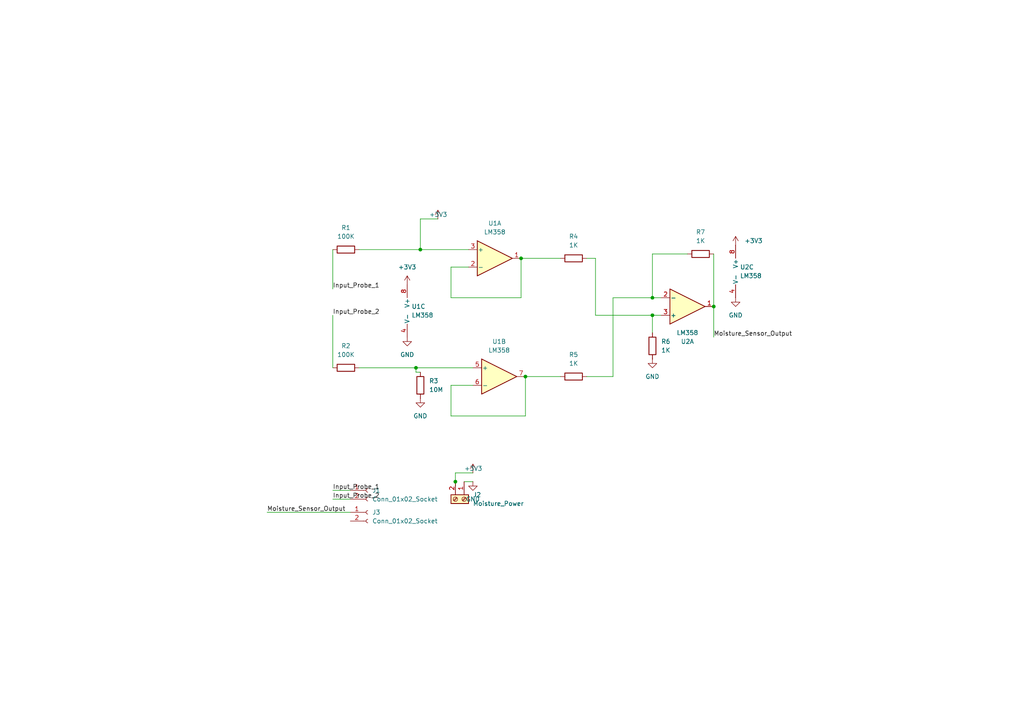
<source format=kicad_sch>
(kicad_sch (version 20231120) (generator "eeschema") (generator_version "8.0")
  (paper "A4")
  (lib_symbols
    (symbol "Amplifier_Operational:LM358" (pin_names (offset 0.127))
      (property "Reference" "U" (at 0 5.08 0))
      (property "Value" "LM358" (at 0 -5.08 0))
      (symbol "LM358_1_1"
        (polyline (pts (xy -5.08 5.08) (xy 5.08 0) (xy -5.08 -5.08) (xy -5.08 5.08)) (stroke (width 0.254)) (fill (type background)))
        (pin output line (at 7.62 0 180) (length 2.54) (name "~") (number "1"))
        (pin input line (at -7.62 -2.54 0) (length 2.54) (name "-") (number "2"))
        (pin input line (at -7.62 2.54 0) (length 2.54) (name "+") (number "3"))
      )
      (symbol "LM358_2_1"
        (polyline (pts (xy -5.08 5.08) (xy 5.08 0) (xy -5.08 -5.08) (xy -5.08 5.08)) (stroke (width 0.254)) (fill (type background)))
        (pin input line (at -7.62 2.54 0) (length 2.54) (name "+") (number "5"))
        (pin input line (at -7.62 -2.54 0) (length 2.54) (name "-") (number "6"))
        (pin output line (at 7.62 0 180) (length 2.54) (name "~") (number "7"))
      )
      (symbol "LM358_3_1"
        (pin power_in line (at -2.54 -7.62 90) (length 3.81) (name "V-") (number "4"))
        (pin power_in line (at -2.54 7.62 270) (length 3.81) (name "V+") (number "8"))
      )
    )
    (symbol "Connector:Conn_01x02_Socket" (pin_names (offset 1.016) hide)
      (property "Reference" "J" (at 0 2.54 0))
      (property "Value" "Conn_01x02_Socket" (at 0 -5.08 0))
      (symbol "Conn_01x02_Socket_1_1"
        (arc (start 0 -2.032) (mid -0.5058 -2.54) (end 0 -3.048) (stroke (width 0.1524)))
        (polyline (pts (xy -1.27 -2.54) (xy -0.508 -2.54)) (stroke (width 0.1524)))
        (polyline (pts (xy -1.27 0) (xy -0.508 0)) (stroke (width 0.1524)))
        (arc (start 0 0.508) (mid -0.5058 0) (end 0 -0.508) (stroke (width 0.1524)))
        (pin passive line (at -5.08 0 0) (length 3.81) (name "Pin_1") (number "1"))
        (pin passive line (at -5.08 -2.54 0) (length 3.81) (name "Pin_2") (number "2"))
      )
    )
    (symbol "Connector:Screw_Terminal_01x02" (pin_names (offset 1.016) hide)
      (property "Reference" "J" (at 0 2.54 0))
      (property "Value" "Screw_Terminal_01x02" (at 0 -5.08 0))
      (symbol "Screw_Terminal_01x02_1_1"
        (rectangle (start -1.27 1.27) (end 1.27 -3.81) (stroke (width 0.254)) (fill (type background)))
        (circle (center 0 -2.54) (radius 0.635) (stroke (width 0.1524)))
        (polyline (pts (xy -0.5334 -2.2098) (xy 0.3302 -3.048)) (stroke (width 0.1524)))
        (polyline (pts (xy -0.5334 0.3302) (xy 0.3302 -0.508)) (stroke (width 0.1524)))
        (polyline (pts (xy -0.3556 -2.032) (xy 0.508 -2.8702)) (stroke (width 0.1524)))
        (polyline (pts (xy -0.3556 0.508) (xy 0.508 -0.3302)) (stroke (width 0.1524)))
        (circle (center 0 0) (radius 0.635) (stroke (width 0.1524)))
        (pin passive line (at -5.08 0 0) (length 3.81) (name "Pin_1") (number "1"))
        (pin passive line (at -5.08 -2.54 0) (length 3.81) (name "Pin_2") (number "2"))
      )
    )
    (symbol "Device:R" (pin_numbers hide) (pin_names (offset 0))
      (property "Reference" "R" (at 2.032 0 90))
      (property "Value" "R" (at 0 0 90))
      (symbol "R_0_1"
        (rectangle (start -1.016 -2.54) (end 1.016 2.54) (stroke (width 0.254)))
      )
      (symbol "R_1_1"
        (pin passive line (at 0 3.81 270) (length 1.27) (name "~") (number "1"))
        (pin passive line (at 0 -3.81 90) (length 1.27) (name "~") (number "2"))
      )
    )
    (symbol "power:+3V3" (power) (pin_numbers hide) (pin_names (offset 0) hide)
      (property "Value" "+3V3" (at 0 3.556 0))
      (symbol "+3V3_0_1"
        (polyline (pts (xy -0.762 1.27) (xy 0 2.54)))
        (polyline (pts (xy 0 0) (xy 0 2.54)))
        (polyline (pts (xy 0 2.54) (xy 0.762 1.27)))
      )
      (symbol "+3V3_1_1"
        (pin power_in line (at 0 0 90) (length 0) (name "~") (number "1"))
      )
    )
    (symbol "power:GND" (power) (pin_numbers hide) (pin_names (offset 0) hide)
      (property "Value" "GND" (at 0 -3.81 0))
      (symbol "GND_0_1"
        (polyline (pts (xy 0 0) (xy 0 -1.27) (xy 1.27 -1.27) (xy 0 -2.54) (xy -1.27 -1.27) (xy 0 -1.27)))
      )
      (symbol "GND_1_1"
        (pin power_in line (at 0 0 270) (length 0) (name "~") (number "1"))
      )
    )
    (symbol "power:VCC" (power) (pin_numbers hide) (pin_names (offset 0) hide)
      (property "Value" "VCC" (at 0 3.556 0))
      (symbol "VCC_0_1"
        (polyline (pts (xy -0.762 1.27) (xy 0 2.54)))
        (polyline (pts (xy 0 0) (xy 0 2.54)))
        (polyline (pts (xy 0 2.54) (xy 0.762 1.27)))
      )
      (symbol "VCC_1_1"
        (pin power_in line (at 0 0 90) (length 0) (name "~") (number "1"))
      )
    )
  )
  (junction (at 132.08 139.7))
  (junction (at 152.4 109.22))
  (junction (at 151.13 74.93))
  (junction (at 121.92 72.39))
  (junction (at 189.23 86.36))
  (junction (at 120.65 106.68))
  (junction (at 189.23 91.44))
  (junction (at 207.01 88.9))
  (wire (pts (xy 120.65 106.68) (xy 137.16 106.68)))
  (wire (pts (xy 77.47 148.59) (xy 101.6 148.59)))
  (wire (pts (xy 96.52 142.24) (xy 101.6 142.24)))
  (wire (pts (xy 96.52 144.78) (xy 101.6 144.78)))
  (wire (pts (xy 189.23 91.44) (xy 189.23 96.52)))
  (wire (pts (xy 189.23 91.44) (xy 191.77 91.44)))
  (wire (pts (xy 96.52 72.39) (xy 96.52 83.82)))
  (wire (pts (xy 104.14 72.39) (xy 121.92 72.39)))
  (wire (pts (xy 130.81 77.47) (xy 130.81 86.36)))
  (wire (pts (xy 170.18 109.22) (xy 177.8 109.22)))
  (wire (pts (xy 132.08 137.16) (xy 132.08 139.7)))
  (wire (pts (xy 151.13 74.93) (xy 162.56 74.93)))
  (wire (pts (xy 130.81 86.36) (xy 151.13 86.36)))
  (wire (pts (xy 151.13 74.93) (xy 151.13 86.36)))
  (wire (pts (xy 121.92 63.5) (xy 127 63.5)))
  (wire (pts (xy 189.23 86.36) (xy 191.77 86.36)))
  (wire (pts (xy 130.81 120.65) (xy 152.4 120.65)))
  (wire (pts (xy 137.16 111.76) (xy 130.81 111.76)))
  (wire (pts (xy 199.39 73.66) (xy 189.23 73.66)))
  (wire (pts (xy 130.81 111.76) (xy 130.81 120.65)))
  (wire (pts (xy 207.01 88.9) (xy 207.01 97.79)))
  (wire (pts (xy 96.52 91.44) (xy 96.52 106.68)))
  (wire (pts (xy 152.4 109.22) (xy 162.56 109.22)))
  (wire (pts (xy 134.62 139.7) (xy 137.16 139.7)))
  (wire (pts (xy 189.23 73.66) (xy 189.23 86.36)))
  (wire (pts (xy 172.72 91.44) (xy 189.23 91.44)))
  (wire (pts (xy 121.92 72.39) (xy 135.89 72.39)))
  (wire (pts (xy 152.4 120.65) (xy 152.4 109.22)))
  (wire (pts (xy 104.14 106.68) (xy 120.65 106.68)))
  (wire (pts (xy 120.65 106.68) (xy 120.65 107.95)))
  (wire (pts (xy 177.8 109.22) (xy 177.8 86.36)))
  (wire (pts (xy 135.89 77.47) (xy 130.81 77.47)))
  (wire (pts (xy 132.08 137.16) (xy 137.16 137.16)))
  (wire (pts (xy 170.18 74.93) (xy 172.72 74.93)))
  (wire (pts (xy 121.92 63.5) (xy 121.92 72.39)))
  (wire (pts (xy 172.72 74.93) (xy 172.72 91.44)))
  (wire (pts (xy 207.01 73.66) (xy 207.01 88.9)))
  (wire (pts (xy 132.08 139.7) (xy 132.08 140.97)))
  (wire (pts (xy 177.8 86.36) (xy 189.23 86.36)))
  (wire (pts (xy 120.65 107.95) (xy 121.92 107.95)))
  (label "Moisture_Sensor_Output" (at 207.01 97.79 0))
  (label "Moisture_Sensor_Output" (at 77.47 148.59 0))
  (label "Input_Probe_2" (at 96.52 91.44 0))
  (label "Input_Probe_1" (at 96.52 142.24 0))
  (label "Input_Probe_2" (at 96.52 144.78 0))
  (label "Input_Probe_1" (at 96.52 83.82 0))
  (symbol (lib_id "power:GND") (at 137.16 139.7 0) (unit 1)
    (property "Reference" "#PWR08" (effects (hide yes)))
    (property "Value" "GND" (at 137.16 144.78 0))
    (property "Description" "Power symbol creates a global label with name \"GND\" , ground" (effects (hide yes)))
  )
  (symbol (lib_id "Amplifier_Operational:LM358") (at 144.78 109.22 0) (unit 2)
    (property "Reference" "U1" (at 144.78 99.06 0))
    (property "Value" "LM358" (at 144.78 101.6 0))
    (property "Footprint" "footprints:N08E" (effects (hide yes)))
    (property "Datasheet" "http://www.ti.com/lit/ds/symlink/lm2904-n.pdf" (effects (hide yes)))
    (property "Description" "Low-Power, Dual Operational Amplifiers, DIP-8/SOIC-8/TO-99-8" (effects (hide yes)))
  )
  (symbol (lib_id "Device:R") (at 203.2 73.66 90) (unit 1)
    (property "Reference" "R7" (at 203.2 67.31 90))
    (property "Value" "1K" (at 203.2 69.85 90))
    (property "Footprint" "Resistor_SMD:R_0805_2012Metric_Pad1.20x1.40mm_HandSolder" (effects (hide yes)))
    (property "Description" "Resistor" (effects (hide yes)))
  )
  (symbol (lib_id "Amplifier_Operational:LM358") (at 143.51 74.93 0) (unit 1)
    (property "Reference" "U1" (at 143.51 64.77 0))
    (property "Value" "LM358" (at 143.51 67.31 0))
    (property "Footprint" "footprints:N08E" (effects (hide yes)))
    (property "Datasheet" "http://www.ti.com/lit/ds/symlink/lm2904-n.pdf" (effects (hide yes)))
    (property "Description" "Low-Power, Dual Operational Amplifiers, DIP-8/SOIC-8/TO-99-8" (effects (hide yes)))
  )
  (symbol (lib_id "Device:R") (at 100.33 106.68 90) (unit 1)
    (property "Reference" "R2" (at 100.33 100.33 90))
    (property "Value" "100K" (at 100.33 102.87 90))
    (property "Footprint" "Resistor_SMD:R_0805_2012Metric_Pad1.20x1.40mm_HandSolder" (effects (hide yes)))
    (property "Description" "Resistor" (effects (hide yes)))
  )
  (symbol (lib_id "power:GND") (at 118.11 97.79 0) (unit 1)
    (property "Reference" "#PWR02" (effects (hide yes)))
    (property "Value" "GND" (at 118.11 102.87 0))
    (property "Description" "Power symbol creates a global label with name \"GND\" , ground" (effects (hide yes)))
  )
  (symbol (lib_id "Device:R") (at 189.23 100.33 180) (unit 1)
    (property "Reference" "R6" (at 191.77 99.0599 0) (effects (justify right)))
    (property "Value" "1K" (at 191.77 101.5999 0) (effects (justify right)))
    (property "Footprint" "Resistor_SMD:R_0805_2012Metric_Pad1.20x1.40mm_HandSolder" (effects (hide yes)))
    (property "Description" "Resistor" (effects (hide yes)))
  )
  (symbol (lib_id "Device:R") (at 166.37 74.93 90) (unit 1)
    (property "Reference" "R4" (at 166.37 68.58 90))
    (property "Value" "1K" (at 166.37 71.12 90))
    (property "Footprint" "Resistor_SMD:R_0805_2012Metric_Pad1.20x1.40mm_HandSolder" (effects (hide yes)))
    (property "Description" "Resistor" (effects (hide yes)))
  )
  (symbol (lib_id "power:GND") (at 189.23 104.14 0) (unit 1)
    (property "Reference" "#PWR05" (effects (hide yes)))
    (property "Value" "GND" (at 189.23 109.22 0))
    (property "Description" "Power symbol creates a global label with name \"GND\" , ground" (effects (hide yes)))
  )
  (symbol (lib_id "Amplifier_Operational:LM358") (at 199.39 88.9 0) (mirror x) (unit 1)
    (property "Reference" "U2" (at 199.39 99.06 0))
    (property "Value" "LM358" (at 199.39 96.52 0))
    (property "Footprint" "footprints:N08E" (effects (hide yes)))
    (property "Datasheet" "http://www.ti.com/lit/ds/symlink/lm2904-n.pdf" (effects (hide yes)))
    (property "Description" "Low-Power, Dual Operational Amplifiers, DIP-8/SOIC-8/TO-99-8" (effects (hide yes)))
  )
  (symbol (lib_id "Device:R") (at 100.33 72.39 90) (unit 1)
    (property "Reference" "R1" (at 100.33 66.04 90))
    (property "Value" "100K" (at 100.33 68.58 90))
    (property "Footprint" "Resistor_SMD:R_0805_2012Metric_Pad1.20x1.40mm_HandSolder" (effects (hide yes)))
    (property "Description" "Resistor" (effects (hide yes)))
  )
  (symbol (lib_id "Connector:Screw_Terminal_01x02") (at 134.62 144.78 270) (unit 1)
    (property "Reference" "J2" (at 137.16 143.5099 90) (effects (justify left)))
    (property "Value" "Moisture_Power" (at 137.16 146.0499 90) (effects (justify left)))
    (property "Footprint" "TerminalBlock_Phoenix:TerminalBlock_Phoenix_MKDS-1,5-2-5.08_1x02_P5.08mm_Horizontal" (effects (hide yes)))
    (property "Description" "Generic screw terminal, single row, 01x02, script generated (kicad-library-utils/schlib/autogen/connector/)" (effects (hide yes)))
  )
  (symbol (lib_id "power:VCC") (at 137.16 137.16 0) (unit 1)
    (property "Reference" "#PWR09" (effects (hide yes)))
    (property "Value" "+3V3" (at 134.62 135.8899 0) (effects (justify left)))
    (property "Description" "Power symbol creates a global label with name \"VCC\"" (effects (hide yes)))
  )
  (symbol (lib_id "power:GND") (at 213.36 86.36 0) (unit 1)
    (property "Reference" "#PWR07" (effects (hide yes)))
    (property "Value" "GND" (at 213.36 91.44 0))
    (property "Description" "Power symbol creates a global label with name \"GND\" , ground" (effects (hide yes)))
  )
  (symbol (lib_id "power:VCC") (at 127 63.5 0) (unit 1)
    (property "Reference" "#PWR04" (effects (hide yes)))
    (property "Value" "+3V3" (at 124.46 62.2299 0) (effects (justify left)))
    (property "Description" "Power symbol creates a global label with name \"VCC\"" (effects (hide yes)))
  )
  (symbol (lib_id "power:VCC") (at 213.36 71.12 0) (unit 1)
    (property "Reference" "#PWR06" (effects (hide yes)))
    (property "Value" "+3V3" (at 215.9 69.8499 0) (effects (justify left)))
    (property "Description" "Power symbol creates a global label with name \"VCC\"" (effects (hide yes)))
  )
  (symbol (lib_id "power:GND") (at 121.92 115.57 0) (unit 1)
    (property "Reference" "#PWR03" (effects (hide yes)))
    (property "Value" "GND" (at 121.92 120.65 0))
    (property "Description" "Power symbol creates a global label with name \"GND\" , ground" (effects (hide yes)))
  )
  (symbol (lib_id "Connector:Conn_01x02_Socket") (at 106.68 142.24 0) (unit 1)
    (property "Reference" "J1" (at 107.95 142.2399 0) (effects (justify left)))
    (property "Value" "Conn_01x02_Socket" (at 107.95 144.7799 0) (effects (justify left)))
    (property "Footprint" "TerminalBlock_Phoenix:TerminalBlock_Phoenix_MKDS-1,5-2-5.08_1x02_P5.08mm_Horizontal" (effects (hide yes)))
    (property "Description" "Generic connector, single row, 01x02, script generated" (effects (hide yes)))
  )
  (symbol (lib_id "Connector:Conn_01x02_Socket") (at 106.68 148.59 0) (unit 1)
    (property "Reference" "J3" (at 107.95 148.5899 0) (effects (justify left)))
    (property "Value" "Conn_01x02_Socket" (at 107.95 151.1299 0) (effects (justify left)))
    (property "Description" "Generic connector, single row, 01x02, script generated" (effects (hide yes)))
  )
  (symbol (lib_id "power:+3V3") (at 118.11 82.55 0) (unit 1)
    (property "Reference" "#PWR01" (effects (hide yes)))
    (property "Value" "+3V3" (at 118.11 77.47 0))
    (property "Description" "Power symbol creates a global label with name \"+3V3\"" (effects (hide yes)))
  )
  (symbol (lib_id "Device:R") (at 166.37 109.22 90) (unit 1)
    (property "Reference" "R5" (at 166.37 102.87 90))
    (property "Value" "1K" (at 166.37 105.41 90))
    (property "Footprint" "Resistor_SMD:R_0805_2012Metric_Pad1.20x1.40mm_HandSolder" (effects (hide yes)))
    (property "Description" "Resistor" (effects (hide yes)))
  )
  (symbol (lib_id "Device:R") (at 121.92 111.76 180) (unit 1)
    (property "Reference" "R3" (at 124.46 110.4899 0) (effects (justify right)))
    (property "Value" "10M" (at 124.46 113.0299 0) (effects (justify right)))
    (property "Footprint" "Resistor_SMD:R_0805_2012Metric_Pad1.20x1.40mm_HandSolder" (effects (hide yes)))
    (property "Description" "Resistor" (effects (hide yes)))
  )
  (symbol (lib_id "Amplifier_Operational:LM358") (at 215.9 78.74 0) (unit 3)
    (property "Reference" "U2" (at 214.63 77.4699 0) (effects (justify left)))
    (property "Value" "LM358" (at 214.63 80.0099 0) (effects (justify left)))
    (property "Footprint" "footprints:N08E" (effects (hide yes)))
    (property "Datasheet" "http://www.ti.com/lit/ds/symlink/lm2904-n.pdf" (effects (hide yes)))
    (property "Description" "Low-Power, Dual Operational Amplifiers, DIP-8/SOIC-8/TO-99-8" (effects (hide yes)))
  )
  (symbol (lib_id "Amplifier_Operational:LM358") (at 120.65 90.17 0) (unit 3)
    (property "Reference" "U1" (at 119.38 88.8999 0) (effects (justify left)))
    (property "Value" "LM358" (at 119.38 91.4399 0) (effects (justify left)))
    (property "Footprint" "footprints:N08E" (effects (hide yes)))
    (property "Datasheet" "http://www.ti.com/lit/ds/symlink/lm2904-n.pdf" (effects (hide yes)))
    (property "Description" "Low-Power, Dual Operational Amplifiers, DIP-8/SOIC-8/TO-99-8" (effects (hide yes)))
  )
)
</source>
